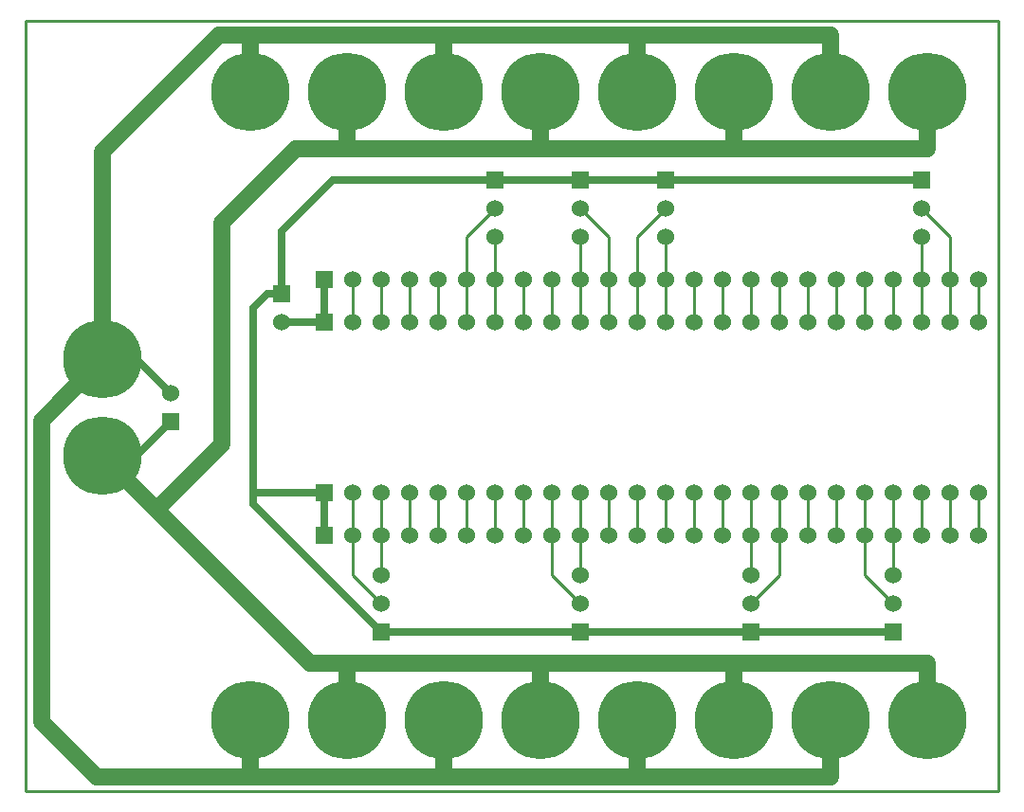
<source format=gbr>
G04 start of page 2 for group 0 idx 0 *
G04 Title: Lorcan, top *
G04 Creator: pcb 4.2.2 *
G04 CreationDate: Fri Nov  6 01:19:40 2020 UTC *
G04 For: ericl *
G04 Format: Gerber/RS-274X *
G04 PCB-Dimensions (mil): 3420.00 2710.00 *
G04 PCB-Coordinate-Origin: lower left *
%MOIN*%
%FSLAX25Y25*%
%LNTOP*%
%ADD19C,0.0197*%
%ADD18C,0.1417*%
%ADD17C,0.0380*%
%ADD16C,0.0669*%
%ADD15C,0.2756*%
%ADD14C,0.0001*%
%ADD13C,0.0250*%
%ADD12C,0.0600*%
%ADD11C,0.0100*%
G54D11*X0Y271000D02*Y0D01*
Y271000D02*X342000D01*
X0Y0D02*X342000D01*
Y271000D02*Y0D01*
X255000Y105000D02*Y76000D01*
G54D12*X215000Y25000D02*Y5000D01*
G54D11*Y105000D02*Y90000D01*
X225000Y105000D02*Y90000D01*
X235000Y105000D02*Y90000D01*
X245000Y105000D02*Y90000D01*
X265000Y105000D02*Y76000D01*
X255000Y66000D01*
G54D12*X249000Y45000D02*Y25000D01*
G54D11*X305000Y105000D02*Y76000D01*
X295000D02*X305000Y66000D01*
X295000Y105000D02*Y76000D01*
G54D12*X283000Y25000D02*Y5000D01*
G54D11*X285000Y105000D02*Y90000D01*
X275000Y105000D02*Y90000D01*
X215000Y165000D02*Y195000D01*
X225000Y205000D01*
Y165000D02*Y195000D01*
X205000Y165000D02*Y195000D01*
X195000Y205000D01*
Y165000D02*Y195000D01*
X165000Y165000D02*Y195000D01*
X175000Y165000D02*Y180000D01*
X185000Y165000D02*Y180000D01*
X155000Y165000D02*Y195000D01*
X325000Y165000D02*Y195000D01*
X315000Y165000D02*Y195000D01*
X335000Y165000D02*Y180000D01*
X325000Y195000D02*X315000Y205000D01*
G54D12*X317000Y246000D02*Y226000D01*
X283000Y246000D02*Y266000D01*
G54D11*X235000Y165000D02*Y180000D01*
X245000Y165000D02*Y180000D01*
X255000Y165000D02*Y180000D01*
X265000Y165000D02*Y180000D01*
X275000Y165000D02*Y180000D01*
X285000Y165000D02*Y180000D01*
X295000Y165000D02*Y180000D01*
X305000Y165000D02*Y180000D01*
X115000Y105000D02*Y76000D01*
X125000Y66000D01*
G54D13*Y56000D02*X80000Y101000D01*
Y105000D02*X105000D01*
G54D12*X113000Y45000D02*Y25000D01*
G54D13*X105000Y105000D02*Y90000D01*
G54D12*X147000Y25000D02*Y5000D01*
G54D11*X125000Y105000D02*Y76000D01*
X135000Y105000D02*Y90000D01*
X145000Y105000D02*Y90000D01*
G54D12*X317000Y45000D02*Y25000D01*
Y45000D02*X100000D01*
X283000Y5000D02*X25000D01*
X5500Y24500D01*
G54D13*X125000Y56000D02*X305000D01*
G54D11*X185000Y105000D02*Y76000D01*
X195000Y66000D01*
Y76000D02*Y105000D01*
X155000D02*Y90000D01*
X165000Y105000D02*Y90000D01*
X175000Y105000D02*Y90000D01*
G54D12*X181000Y45000D02*Y25000D01*
G54D11*X205000Y105000D02*Y90000D01*
X315000Y105000D02*Y90000D01*
X325000Y105000D02*Y90000D01*
X335000Y105000D02*Y90000D01*
G54D12*X249000Y246000D02*Y226000D01*
X215000Y246000D02*Y266000D01*
G54D11*X155000Y195000D02*X165000Y205000D01*
G54D12*X181000Y246000D02*Y226000D01*
X317000D02*X95000D01*
G54D13*X108000Y215000D02*X315000D01*
G54D12*X68000Y266000D02*X283000D01*
G54D11*X115000Y165000D02*Y180000D01*
X125000Y165000D02*Y180000D01*
X135000Y165000D02*Y180000D01*
X145000Y165000D02*Y180000D01*
G54D12*X79000Y25000D02*Y5000D01*
X69000Y200000D02*Y122000D01*
G54D13*X80000Y170000D02*Y101000D01*
G54D12*X27000Y118000D02*X100000Y45000D01*
G54D13*X27000Y118000D02*X39000D01*
X51000Y130000D01*
G54D12*X69000Y122000D02*X46000Y99000D01*
G54D13*X85000Y175000D02*X80000Y170000D01*
G54D12*X113000Y246000D02*Y226000D01*
X95000D02*X69000Y200000D01*
X147000Y246000D02*Y266000D01*
X79000Y246000D02*Y266000D01*
X27000Y225000D02*X68000Y266000D01*
X5500Y24500D02*Y130500D01*
X27000Y152000D01*
G54D13*X39000D01*
X51000Y140000D01*
G54D12*X27000Y152000D02*Y225000D01*
G54D13*X105000Y165000D02*Y180000D01*
X90000Y165000D02*X105000D01*
X90000Y175000D02*Y197000D01*
X108000Y215000D01*
X90000Y175000D02*X85000D01*
G54D14*G36*
X102000Y108000D02*Y102000D01*
X108000D01*
Y108000D01*
X102000D01*
G37*
G54D12*X115000Y105000D03*
G54D14*G36*
X102000Y93000D02*Y87000D01*
X108000D01*
Y93000D01*
X102000D01*
G37*
G54D12*X115000Y90000D03*
G54D15*X27000Y152000D03*
G54D16*Y141567D03*
X17965Y146784D03*
Y157216D03*
X27000Y162433D03*
X36035Y146784D03*
Y157216D03*
G54D15*X27000Y118000D03*
G54D16*Y107567D03*
X17965Y112784D03*
Y123216D03*
X27000Y128433D03*
X36035Y112784D03*
Y123216D03*
G54D14*G36*
X48000Y133000D02*Y127000D01*
X54000D01*
Y133000D01*
X48000D01*
G37*
G54D12*X51000Y140000D03*
G54D15*X113000Y25000D03*
G54D16*Y14567D03*
X103965Y19784D03*
Y30216D03*
X113000Y35433D03*
X122035Y19784D03*
Y30216D03*
G54D15*X79000Y25000D03*
G54D16*Y14567D03*
X69965Y19784D03*
Y30216D03*
X79000Y35433D03*
X88035Y19784D03*
Y30216D03*
G54D15*X181000Y25000D03*
G54D16*Y14567D03*
X171965Y19784D03*
Y30216D03*
X181000Y35433D03*
X190035Y19784D03*
Y30216D03*
G54D15*X147000Y25000D03*
G54D16*Y14567D03*
X137965Y19784D03*
Y30216D03*
X147000Y35433D03*
X156035Y19784D03*
Y30216D03*
G54D12*X125000Y105000D03*
X135000D03*
X145000D03*
X125000Y90000D03*
X135000D03*
X145000D03*
X155000D03*
X165000D03*
X175000D03*
X185000D03*
X155000Y105000D03*
X165000D03*
X175000D03*
X185000D03*
X195000D03*
X205000D03*
X215000D03*
X225000D03*
X235000D03*
X245000D03*
X255000D03*
X265000D03*
X275000D03*
X285000D03*
X295000D03*
X305000D03*
X315000D03*
X325000D03*
X335000D03*
G54D14*G36*
X252000Y59000D02*Y53000D01*
X258000D01*
Y59000D01*
X252000D01*
G37*
G36*
X302000D02*Y53000D01*
X308000D01*
Y59000D01*
X302000D01*
G37*
G36*
X192000D02*Y53000D01*
X198000D01*
Y59000D01*
X192000D01*
G37*
G36*
X122000D02*Y53000D01*
X128000D01*
Y59000D01*
X122000D01*
G37*
G54D12*X255000Y66000D03*
X305000D03*
X195000D03*
X125000D03*
X255000Y76000D03*
X305000D03*
X195000D03*
X125000D03*
X195000Y90000D03*
X205000D03*
X285000D03*
X295000D03*
X305000D03*
G54D15*X249000Y25000D03*
G54D16*Y14567D03*
X239965Y19784D03*
Y30216D03*
X249000Y35433D03*
X258035Y19784D03*
Y30216D03*
G54D15*X215000Y25000D03*
G54D16*Y14567D03*
X205965Y19784D03*
Y30216D03*
X215000Y35433D03*
X224035Y19784D03*
Y30216D03*
G54D15*X317000Y25000D03*
G54D16*Y14567D03*
X307965Y19784D03*
Y30216D03*
X317000Y35433D03*
X326035Y19784D03*
Y30216D03*
G54D15*X283000Y25000D03*
G54D16*Y14567D03*
X273965Y19784D03*
Y30216D03*
X283000Y35433D03*
X292035Y19784D03*
Y30216D03*
G54D12*X215000Y90000D03*
X225000D03*
X235000D03*
X245000D03*
X255000D03*
X265000D03*
X275000D03*
X315000D03*
X325000D03*
X335000D03*
X135000Y165000D03*
X145000D03*
X155000D03*
X165000D03*
G54D14*G36*
X102000Y168000D02*Y162000D01*
X108000D01*
Y168000D01*
X102000D01*
G37*
G54D12*X115000Y165000D03*
X125000D03*
G54D14*G36*
X102000Y183000D02*Y177000D01*
X108000D01*
Y183000D01*
X102000D01*
G37*
G54D12*X115000Y180000D03*
G54D14*G36*
X87000Y178000D02*Y172000D01*
X93000D01*
Y178000D01*
X87000D01*
G37*
G54D12*X90000Y165000D03*
G54D15*X113000Y246000D03*
G54D16*Y235567D03*
X103965Y240784D03*
Y251216D03*
X113000Y256433D03*
X122035Y240784D03*
Y251216D03*
G54D15*X79000Y246000D03*
G54D16*Y235567D03*
X69965Y240784D03*
Y251216D03*
X79000Y256433D03*
X88035Y240784D03*
Y251216D03*
G54D15*X181000Y246000D03*
G54D16*Y235567D03*
X171965Y240784D03*
Y251216D03*
X181000Y256433D03*
X190035Y240784D03*
Y251216D03*
G54D15*X147000Y246000D03*
G54D16*Y235567D03*
X137965Y240784D03*
Y251216D03*
X147000Y256433D03*
X156035Y240784D03*
Y251216D03*
G54D15*X249000Y246000D03*
G54D16*Y235567D03*
X239965Y240784D03*
Y251216D03*
X249000Y256433D03*
X258035Y240784D03*
Y251216D03*
G54D15*X215000Y246000D03*
G54D16*Y235567D03*
X205965Y240784D03*
Y251216D03*
X215000Y256433D03*
X224035Y240784D03*
Y251216D03*
G54D15*X317000Y246000D03*
G54D16*Y235567D03*
X307965Y240784D03*
Y251216D03*
X317000Y256433D03*
X326035Y240784D03*
Y251216D03*
G54D15*X283000Y246000D03*
G54D16*Y235567D03*
X273965Y240784D03*
Y251216D03*
X283000Y256433D03*
X292035Y240784D03*
Y251216D03*
G54D12*X205000Y180000D03*
X215000D03*
X225000D03*
X235000D03*
X245000D03*
X255000D03*
X265000D03*
X275000D03*
X285000D03*
X295000D03*
X305000D03*
X315000D03*
X325000D03*
X185000Y165000D03*
X195000D03*
X205000D03*
X215000D03*
X225000D03*
X175000D03*
X125000Y180000D03*
X135000D03*
X145000D03*
X155000D03*
X165000D03*
X175000D03*
X185000D03*
X195000D03*
G54D14*G36*
X192000Y218000D02*Y212000D01*
X198000D01*
Y218000D01*
X192000D01*
G37*
G36*
X222000D02*Y212000D01*
X228000D01*
Y218000D01*
X222000D01*
G37*
G36*
X162000D02*Y212000D01*
X168000D01*
Y218000D01*
X162000D01*
G37*
G36*
X312000D02*Y212000D01*
X318000D01*
Y218000D01*
X312000D01*
G37*
G54D12*X195000Y205000D03*
X225000D03*
X165000D03*
X315000D03*
X195000Y195000D03*
X225000D03*
X165000D03*
X315000D03*
X235000Y165000D03*
X245000D03*
X255000D03*
X265000D03*
X275000D03*
X285000D03*
X295000D03*
X305000D03*
X315000D03*
X325000D03*
X335000D03*
Y180000D03*
G54D17*G54D18*G54D19*G54D18*G54D19*G54D17*G54D18*G54D19*G54D18*G54D19*G54D18*G54D19*G54D18*G54D19*G54D17*G54D18*G54D19*G54D18*G54D19*G54D18*G54D19*G54D18*G54D19*G54D17*G54D18*G54D19*G54D18*G54D19*G54D18*G54D19*G54D18*G54D19*G54D18*G54D19*G54D18*G54D19*G54D18*G54D19*G54D18*G54D19*G54D17*M02*

</source>
